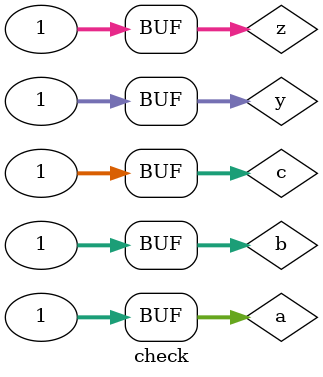
<source format=sv>
module check;
  int a,b,c,y,z;
  //logic a,b,c,y,z;

  always @(a)
    y= a^b^c;
  
  always_comb
    z=a^b^c;
  
  initial begin 
    a=0;b=1;c=0;
    #5 a=0;b=0;c=1;
    #5 a=0;b=1;c=0;
    #5 a=1;b=1;c=1;

  end
  
  initial $monitor("| t=%0t  a=%0d,b=%0d,c=%0d | y=%0d | z=%0d |",$time,a,b,c,y,z);
  
endmodule
//--------(2)--------
/*
module check;
  logic a,b,c,y,z;
  
  function logic fun_call(logic c);
    return a|b|c;
  endfunction
  
  always @(*)
    y= fun_call(c);
  
  always_comb
    z=fun_call(c);
  
  initial begin 
       a=0;b=0;c=0;
    #5 a=1;
    #5 b=1;
    #5 c=1;

  end
  
  initial $monitor("| t=%0t  a=%0d,b=%0d,c=%0d | y=%0d | z=%0d |",$time,a,b,c,y,z);
  
endmodule
*/
//------(3)---------

// module check;
//   logic a,b,c,y,z;
  
//   always @(*)
//     y= a|b|c;
  
//   always_comb
//     y=a&b;
  
//   initial begin 
//   a=0;b=0;c=0;
//     #5 a=1;
//     #5 b=1;
//     #5 c=1;
//   end
  
//   initial $monitor("a=%0d,b=%0d,y=%0d z=%0d",a,b,y,z);
  
// endmodule
</source>
